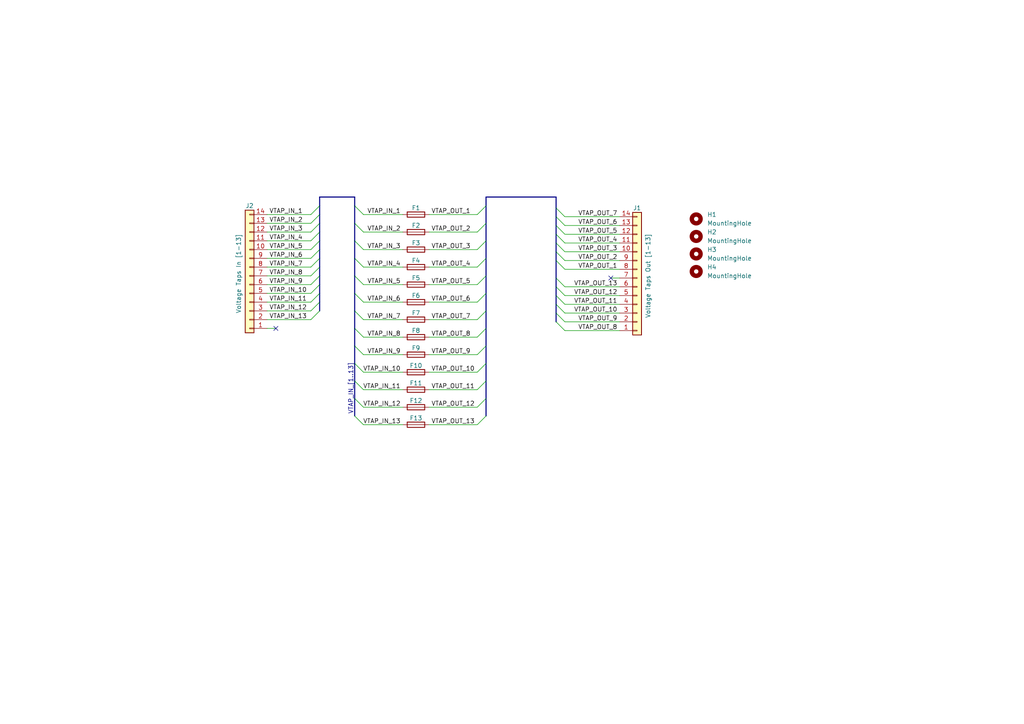
<source format=kicad_sch>
(kicad_sch (version 20230121) (generator eeschema)
  (paper "A4")
  (title_block (title "Segment PCB (HV)") (date "2023-04-05") (rev "2.0.0") (company "SUFST - Southampton University Formula Student Team") (comment 1 "STAG 9") (comment 2 "Tim Brewis"))
  (lib_symbols
    (symbol "Connector_Generic:Conn_01x14" (pin_names (offset 1.016) hide)
      (property "Reference" "J" (at 0 17.78 0))
      (property "Value" "Conn_01x14" (at 0 -20.32 0))
      (symbol "Conn_01x14_1_1"
        (rectangle (start -1.27 -17.653) (end 0 -17.907) (stroke (width 0.1524)))
        (rectangle (start -1.27 -15.113) (end 0 -15.367) (stroke (width 0.1524)))
        (rectangle (start -1.27 -12.573) (end 0 -12.827) (stroke (width 0.1524)))
        (rectangle (start -1.27 -10.033) (end 0 -10.287) (stroke (width 0.1524)))
        (rectangle (start -1.27 -7.493) (end 0 -7.747) (stroke (width 0.1524)))
        (rectangle (start -1.27 -4.953) (end 0 -5.207) (stroke (width 0.1524)))
        (rectangle (start -1.27 -2.413) (end 0 -2.667) (stroke (width 0.1524)))
        (rectangle (start -1.27 0.127) (end 0 -0.127) (stroke (width 0.1524)))
        (rectangle (start -1.27 2.667) (end 0 2.413) (stroke (width 0.1524)))
        (rectangle (start -1.27 5.207) (end 0 4.953) (stroke (width 0.1524)))
        (rectangle (start -1.27 7.747) (end 0 7.493) (stroke (width 0.1524)))
        (rectangle (start -1.27 10.287) (end 0 10.033) (stroke (width 0.1524)))
        (rectangle (start -1.27 12.827) (end 0 12.573) (stroke (width 0.1524)))
        (rectangle (start -1.27 15.367) (end 0 15.113) (stroke (width 0.1524)))
        (rectangle (start -1.27 16.51) (end 1.27 -19.05) (stroke (width 0.254)) (fill (type background)))
        (pin passive line (at -5.08 15.24 0) (length 3.81) (name "Pin_1") (number "1"))
        (pin passive line (at -5.08 -7.62 0) (length 3.81) (name "Pin_10") (number "10"))
        (pin passive line (at -5.08 -10.16 0) (length 3.81) (name "Pin_11") (number "11"))
        (pin passive line (at -5.08 -12.7 0) (length 3.81) (name "Pin_12") (number "12"))
        (pin passive line (at -5.08 -15.24 0) (length 3.81) (name "Pin_13") (number "13"))
        (pin passive line (at -5.08 -17.78 0) (length 3.81) (name "Pin_14") (number "14"))
        (pin passive line (at -5.08 12.7 0) (length 3.81) (name "Pin_2") (number "2"))
        (pin passive line (at -5.08 10.16 0) (length 3.81) (name "Pin_3") (number "3"))
        (pin passive line (at -5.08 7.62 0) (length 3.81) (name "Pin_4") (number "4"))
        (pin passive line (at -5.08 5.08 0) (length 3.81) (name "Pin_5") (number "5"))
        (pin passive line (at -5.08 2.54 0) (length 3.81) (name "Pin_6") (number "6"))
        (pin passive line (at -5.08 0 0) (length 3.81) (name "Pin_7") (number "7"))
        (pin passive line (at -5.08 -2.54 0) (length 3.81) (name "Pin_8") (number "8"))
        (pin passive line (at -5.08 -5.08 0) (length 3.81) (name "Pin_9") (number "9"))
      )
    )
    (symbol "Device:Fuse" (pin_numbers hide) (pin_names (offset 0))
      (property "Reference" "F" (at 2.032 0 90))
      (property "Value" "Fuse" (at -1.905 0 90))
      (symbol "Fuse_0_1"
        (rectangle (start -0.762 -2.54) (end 0.762 2.54) (stroke (width 0.254)))
        (polyline (pts (xy 0 2.54) (xy 0 -2.54)))
      )
      (symbol "Fuse_1_1"
        (pin passive line (at 0 3.81 270) (length 1.27) (name "~") (number "1"))
        (pin passive line (at 0 -3.81 90) (length 1.27) (name "~") (number "2"))
      )
    )
    (symbol "Mechanical:MountingHole" (pin_names (offset 1.016))
      (property "Reference" "H" (at 0 5.08 0))
      (property "Value" "MountingHole" (at 0 3.175 0))
      (symbol "MountingHole_0_1"
        (circle (center 0 0) (radius 1.27) (stroke (width 1.27)))
      )
    )
  )
  (no_connect (at 80.01 95.25))
  (no_connect (at 177.165 80.645))
  (bus_entry (at 138.43 113.03) (size 2.54 -2.54))
  (bus_entry (at 90.17 92.71) (size 2.54 -2.54))
  (bus_entry (at 161.29 93.345) (size 2.54 2.54))
  (bus_entry (at 105.41 97.79) (size -2.54 -2.54))
  (bus_entry (at 90.17 72.39) (size 2.54 -2.54))
  (bus_entry (at 138.43 118.11) (size 2.54 -2.54))
  (bus_entry (at 90.17 87.63) (size 2.54 -2.54))
  (bus_entry (at 105.41 102.87) (size -2.54 -2.54))
  (bus_entry (at 90.17 74.93) (size 2.54 -2.54))
  (bus_entry (at 138.43 102.87) (size 2.54 -2.54))
  (bus_entry (at 105.41 82.55) (size -2.54 -2.54))
  (bus_entry (at 90.17 77.47) (size 2.54 -2.54))
  (bus_entry (at 138.43 87.63) (size 2.54 -2.54))
  (bus_entry (at 161.29 90.805) (size 2.54 2.54))
  (bus_entry (at 138.43 123.19) (size 2.54 -2.54))
  (bus_entry (at 161.29 60.325) (size 2.54 2.54))
  (bus_entry (at 105.41 123.19) (size -2.54 -2.54))
  (bus_entry (at 138.43 82.55) (size 2.54 -2.54))
  (bus_entry (at 161.29 65.405) (size 2.54 2.54))
  (bus_entry (at 105.41 72.39) (size -2.54 -2.54))
  (bus_entry (at 90.17 90.17) (size 2.54 -2.54))
  (bus_entry (at 161.29 75.565) (size 2.54 2.54))
  (bus_entry (at 105.41 113.03) (size -2.54 -2.54))
  (bus_entry (at 161.29 67.945) (size 2.54 2.54))
  (bus_entry (at 90.17 85.09) (size 2.54 -2.54))
  (bus_entry (at 138.43 62.23) (size 2.54 -2.54))
  (bus_entry (at 138.43 107.95) (size 2.54 -2.54))
  (bus_entry (at 90.17 82.55) (size 2.54 -2.54))
  (bus_entry (at 161.29 88.265) (size 2.54 2.54))
  (bus_entry (at 105.41 87.63) (size -2.54 -2.54))
  (bus_entry (at 138.43 77.47) (size 2.54 -2.54))
  (bus_entry (at 161.29 80.645) (size 2.54 2.54))
  (bus_entry (at 105.41 118.11) (size -2.54 -2.54))
  (bus_entry (at 102.87 59.69) (size 2.54 2.54))
  (bus_entry (at 161.29 73.025) (size 2.54 2.54))
  (bus_entry (at 90.17 64.77) (size 2.54 -2.54))
  (bus_entry (at 90.17 67.31) (size 2.54 -2.54))
  (bus_entry (at 90.17 62.23) (size 2.54 -2.54))
  (bus_entry (at 105.41 67.31) (size -2.54 -2.54))
  (bus_entry (at 161.29 70.485) (size 2.54 2.54))
  (bus_entry (at 105.41 77.47) (size -2.54 -2.54))
  (bus_entry (at 161.29 62.865) (size 2.54 2.54))
  (bus_entry (at 90.17 80.01) (size 2.54 -2.54))
  (bus_entry (at 105.41 107.95) (size -2.54 -2.54))
  (bus_entry (at 105.41 92.71) (size -2.54 -2.54))
  (bus_entry (at 90.17 69.85) (size 2.54 -2.54))
  (bus_entry (at 138.43 92.71) (size 2.54 -2.54))
  (bus_entry (at 138.43 97.79) (size 2.54 -2.54))
  (bus_entry (at 161.29 83.185) (size 2.54 2.54))
  (bus_entry (at 138.43 72.39) (size 2.54 -2.54))
  (bus_entry (at 138.43 67.31) (size 2.54 -2.54))
  (bus_entry (at 161.29 85.725) (size 2.54 2.54))
  (bus (pts (xy 140.97 74.93) (xy 140.97 80.01)))
  (bus (pts (xy 161.29 75.565) (xy 161.29 80.645)))
  (bus (pts (xy 161.29 80.645) (xy 161.29 83.185)))
  (wire (pts (xy 77.47 82.55) (xy 90.17 82.55)))
  (bus (pts (xy 140.97 85.09) (xy 140.97 90.17)))
  (wire (pts (xy 105.41 123.19) (xy 116.84 123.19)))
  (bus (pts (xy 92.71 77.47) (xy 92.71 74.93)))
  (wire (pts (xy 77.47 92.71) (xy 90.17 92.71)))
  (wire (pts (xy 163.83 90.805) (xy 179.705 90.805)))
  (bus (pts (xy 92.71 90.17) (xy 92.71 87.63)))
  (bus (pts (xy 140.97 57.15) (xy 161.29 57.15)))
  (bus (pts (xy 161.29 88.265) (xy 161.29 90.805)))
  (bus (pts (xy 102.87 110.49) (xy 102.87 115.57)))
  (bus (pts (xy 102.87 115.57) (xy 102.87 120.65)))
  (wire (pts (xy 163.83 88.265) (xy 179.705 88.265)))
  (wire (pts (xy 163.83 67.945) (xy 179.705 67.945)))
  (bus (pts (xy 140.97 110.49) (xy 140.97 115.57)))
  (wire (pts (xy 105.41 72.39) (xy 116.84 72.39)))
  (bus (pts (xy 102.87 59.69) (xy 102.87 64.77)))
  (wire (pts (xy 124.46 62.23) (xy 138.43 62.23)))
  (wire (pts (xy 124.46 87.63) (xy 138.43 87.63)))
  (bus (pts (xy 92.71 57.15) (xy 102.87 57.15)))
  (bus (pts (xy 102.87 105.41) (xy 102.87 110.49)))
  (wire (pts (xy 77.47 72.39) (xy 90.17 72.39)))
  (wire (pts (xy 124.46 123.19) (xy 138.43 123.19)))
  (wire (pts (xy 77.47 67.31) (xy 90.17 67.31)))
  (bus (pts (xy 140.97 80.01) (xy 140.97 85.09)))
  (bus (pts (xy 92.71 72.39) (xy 92.71 69.85)))
  (wire (pts (xy 163.83 62.865) (xy 179.705 62.865)))
  (wire (pts (xy 124.46 107.95) (xy 138.43 107.95)))
  (bus (pts (xy 140.97 105.41) (xy 140.97 110.49)))
  (wire (pts (xy 163.83 93.345) (xy 179.705 93.345)))
  (wire (pts (xy 77.47 87.63) (xy 90.17 87.63)))
  (wire (pts (xy 124.46 82.55) (xy 138.43 82.55)))
  (bus (pts (xy 140.97 59.69) (xy 140.97 64.77)))
  (wire (pts (xy 163.83 78.105) (xy 179.705 78.105)))
  (bus (pts (xy 140.97 115.57) (xy 140.97 120.65)))
  (wire (pts (xy 163.83 85.725) (xy 179.705 85.725)))
  (bus (pts (xy 92.71 67.31) (xy 92.71 64.77)))
  (bus (pts (xy 102.87 57.15) (xy 102.87 59.69)))
  (bus (pts (xy 140.97 64.77) (xy 140.97 69.85)))
  (wire (pts (xy 105.41 97.79) (xy 116.84 97.79)))
  (bus (pts (xy 161.29 60.325) (xy 161.29 62.865)))
  (bus (pts (xy 92.71 59.69) (xy 92.71 57.15)))
  (bus (pts (xy 161.29 90.805) (xy 161.29 93.345)))
  (bus (pts (xy 92.71 62.23) (xy 92.71 59.69)))
  (wire (pts (xy 105.41 77.47) (xy 116.84 77.47)))
  (bus (pts (xy 102.87 74.93) (xy 102.87 80.01)))
  (wire (pts (xy 163.83 95.885) (xy 179.705 95.885)))
  (wire (pts (xy 105.41 87.63) (xy 116.84 87.63)))
  (wire (pts (xy 77.47 95.25) (xy 80.01 95.25)))
  (wire (pts (xy 77.47 64.77) (xy 90.17 64.77)))
  (bus (pts (xy 161.29 70.485) (xy 161.29 73.025)))
  (bus (pts (xy 92.71 80.01) (xy 92.71 77.47)))
  (bus (pts (xy 161.29 62.865) (xy 161.29 65.405)))
  (bus (pts (xy 92.71 85.09) (xy 92.71 82.55)))
  (bus (pts (xy 102.87 85.09) (xy 102.87 90.17)))
  (bus (pts (xy 161.29 57.15) (xy 161.29 60.325)))
  (wire (pts (xy 77.47 85.09) (xy 90.17 85.09)))
  (bus (pts (xy 92.71 64.77) (xy 92.71 62.23)))
  (wire (pts (xy 105.41 118.11) (xy 116.84 118.11)))
  (wire (pts (xy 105.41 67.31) (xy 116.84 67.31)))
  (bus (pts (xy 161.29 73.025) (xy 161.29 75.565)))
  (wire (pts (xy 163.83 65.405) (xy 179.705 65.405)))
  (wire (pts (xy 77.47 74.93) (xy 90.17 74.93)))
  (wire (pts (xy 124.46 72.39) (xy 138.43 72.39)))
  (wire (pts (xy 105.41 102.87) (xy 116.84 102.87)))
  (wire (pts (xy 163.83 70.485) (xy 179.705 70.485)))
  (wire (pts (xy 179.705 80.645) (xy 177.165 80.645)))
  (wire (pts (xy 105.41 107.95) (xy 116.84 107.95)))
  (wire (pts (xy 124.46 67.31) (xy 138.43 67.31)))
  (bus (pts (xy 92.71 74.93) (xy 92.71 72.39)))
  (bus (pts (xy 140.97 100.33) (xy 140.97 105.41)))
  (bus (pts (xy 92.71 69.85) (xy 92.71 67.31)))
  (bus (pts (xy 140.97 90.17) (xy 140.97 95.25)))
  (wire (pts (xy 124.46 102.87) (xy 138.43 102.87)))
  (bus (pts (xy 161.29 83.185) (xy 161.29 85.725)))
  (bus (pts (xy 140.97 69.85) (xy 140.97 74.93)))
  (bus (pts (xy 161.29 85.725) (xy 161.29 88.265)))
  (bus (pts (xy 102.87 64.77) (xy 102.87 69.85)))
  (bus (pts (xy 92.71 82.55) (xy 92.71 80.01)))
  (wire (pts (xy 124.46 118.11) (xy 138.43 118.11)))
  (wire (pts (xy 105.41 62.23) (xy 116.84 62.23)))
  (bus (pts (xy 140.97 57.15) (xy 140.97 59.69)))
  (bus (pts (xy 92.71 87.63) (xy 92.71 85.09)))
  (wire (pts (xy 124.46 97.79) (xy 138.43 97.79)))
  (bus (pts (xy 102.87 80.01) (xy 102.87 85.09)))
  (bus (pts (xy 161.29 67.945) (xy 161.29 70.485)))
  (wire (pts (xy 105.41 113.03) (xy 116.84 113.03)))
  (wire (pts (xy 77.47 62.23) (xy 90.17 62.23)))
  (wire (pts (xy 77.47 77.47) (xy 90.17 77.47)))
  (wire (pts (xy 77.47 80.01) (xy 90.17 80.01)))
  (bus (pts (xy 102.87 69.85) (xy 102.87 74.93)))
  (bus (pts (xy 140.97 95.25) (xy 140.97 100.33)))
  (wire (pts (xy 124.46 92.71) (xy 138.43 92.71)))
  (bus (pts (xy 102.87 100.33) (xy 102.87 105.41)))
  (wire (pts (xy 124.46 113.03) (xy 138.43 113.03)))
  (wire (pts (xy 163.83 73.025) (xy 179.705 73.025)))
  (bus (pts (xy 102.87 90.17) (xy 102.87 95.25)))
  (wire (pts (xy 163.83 75.565) (xy 179.705 75.565)))
  (bus (pts (xy 102.87 95.25) (xy 102.87 100.33)))
  (wire (pts (xy 105.41 82.55) (xy 116.84 82.55)))
  (wire (pts (xy 77.47 90.17) (xy 90.17 90.17)))
  (wire (pts (xy 124.46 77.47) (xy 138.43 77.47)))
  (wire (pts (xy 163.83 83.185) (xy 179.705 83.185)))
  (wire (pts (xy 77.47 69.85) (xy 90.17 69.85)))
  (bus (pts (xy 161.29 65.405) (xy 161.29 67.945)))
  (wire (pts (xy 105.41 92.71) (xy 116.84 92.71)))
  (label "VTAP_IN_2" (at 78.105 64.77 0))
  (label "VTAP_OUT_3" (at 125.095 72.39 0))
  (label "VTAP_IN_9" (at 78.105 82.55 0))
  (label "VTAP_IN_11" (at 116.205 113.03 180))
  (label "VTAP_IN_12" (at 78.105 90.17 0))
  (label "VTAP_OUT_11" (at 179.07 88.265 180))
  (label "VTAP_OUT_5" (at 125.095 82.55 0))
  (label "VTAP_OUT_9" (at 125.095 102.87 0))
  (label "VTAP_IN_10" (at 116.205 107.95 180))
  (label "VTAP_OUT_10" (at 179.07 90.805 180))
  (label "VTAP_OUT_6" (at 125.095 87.63 0))
  (label "VTAP_OUT_13" (at 179.07 83.185 180))
  (label "VTAP_IN_8" (at 78.105 80.01 0))
  (label "VTAP_OUT_4" (at 179.07 70.485 180))
  (label "VTAP_IN_2" (at 116.205 67.31 180))
  (label "VTAP_OUT_12" (at 125.095 118.11 0))
  (label "VTAP_OUT_1" (at 179.07 78.105 180))
  (label "VTAP_OUT_5" (at 179.07 67.945 180))
  (label "VTAP_IN_1" (at 78.105 62.23 0))
  (label "VTAP_OUT_6" (at 179.07 65.405 180))
  (label "VTAP_IN_5" (at 116.205 82.55 180))
  (label "VTAP_OUT_2" (at 179.07 75.565 180))
  (label "VTAP_OUT_12" (at 179.07 85.725 180))
  (label "VTAP_OUT_8" (at 179.07 95.885 180))
  (label "VTAP_IN_10" (at 78.105 85.09 0))
  (label "VTAP_IN_[1..13]" (at 102.87 120.015 90))
  (label "VTAP_OUT_3" (at 179.07 73.025 180))
  (label "VTAP_IN_7" (at 116.205 92.71 180))
  (label "VTAP_IN_6" (at 116.205 87.63 180))
  (label "VTAP_IN_4" (at 78.105 69.85 0))
  (label "VTAP_IN_5" (at 78.105 72.39 0))
  (label "VTAP_IN_3" (at 78.105 67.31 0))
  (label "VTAP_OUT_13" (at 125.095 123.19 0))
  (label "VTAP_IN_1" (at 116.205 62.23 180))
  (label "VTAP_OUT_7" (at 179.07 62.865 180))
  (label "VTAP_IN_12" (at 116.205 118.11 180))
  (label "VTAP_IN_13" (at 78.105 92.71 0))
  (label "VTAP_OUT_11" (at 125.095 113.03 0))
  (label "VTAP_IN_13" (at 116.205 123.19 180))
  (label "VTAP_IN_6" (at 78.105 74.93 0))
  (label "VTAP_OUT_4" (at 125.095 77.47 0))
  (label "VTAP_IN_3" (at 116.205 72.39 180))
  (label "VTAP_OUT_2" (at 125.095 67.31 0))
  (label "VTAP_IN_7" (at 78.105 77.47 0))
  (label "VTAP_OUT_10" (at 125.095 107.95 0))
  (label "VTAP_IN_9" (at 116.205 102.87 180))
  (label "VTAP_OUT_9" (at 179.07 93.345 180))
  (label "VTAP_IN_11" (at 78.105 87.63 0))
  (label "VTAP_IN_8" (at 116.205 97.79 180))
  (label "VTAP_OUT_1" (at 125.095 62.23 0))
  (label "VTAP_OUT_7" (at 125.095 92.71 0))
  (label "VTAP_OUT_8" (at 125.095 97.79 0))
  (label "VTAP_IN_4" (at 116.205 77.47 180))
  (symbol (lib_id "Device:Fuse") (at 120.65 118.11 270) (unit 1)
    (property "Reference" "F12" (at 120.65 116.205 90))
    (property "Value" "Fuse" (effects hide))
    (property "Footprint" "SUFST:Littelfuse-04611-25ER" (effects hide))
    (property "Datasheet" "https://www.mouser.co.uk/datasheet/2/240/Littelfuse_Fuse_461_Datasheet_pdf-968630.pdf" (effects hide))
    (property "Order Code" "576-04611.25ER" (effects hide))
    (property "Supplier" "Mouser" (effects hide))
  )
  (symbol (lib_id "Mechanical:MountingHole") (at 201.93 63.5 0) (unit 1)
    (property "Reference" "H1" (at 205.105 62.2299 0) (effects (justify left)))
    (property "Value" "MountingHole" (at 205.105 64.7699 0) (effects (justify left)))
    (property "Footprint" "MountingHole:MountingHole_4.3mm_M4" (effects hide))
  )
  (symbol (lib_id "Device:Fuse") (at 120.65 82.55 270) (unit 1)
    (property "Reference" "F5" (at 120.65 80.645 90))
    (property "Value" "Fuse" (effects hide))
    (property "Footprint" "SUFST:Littelfuse-04611-25ER" (effects hide))
    (property "Datasheet" "https://www.mouser.co.uk/datasheet/2/240/Littelfuse_Fuse_461_Datasheet_pdf-968630.pdf" (effects hide))
    (property "Order Code" "576-04611.25ER" (effects hide))
    (property "Supplier" "Mouser" (effects hide))
  )
  (symbol (lib_id "Device:Fuse") (at 120.65 123.19 270) (unit 1)
    (property "Reference" "F13" (at 120.65 121.285 90))
    (property "Value" "Fuse" (effects hide))
    (property "Footprint" "SUFST:Littelfuse-04611-25ER" (effects hide))
    (property "Datasheet" "https://www.mouser.co.uk/datasheet/2/240/Littelfuse_Fuse_461_Datasheet_pdf-968630.pdf" (effects hide))
    (property "Order Code" "576-04611.25ER" (effects hide))
    (property "Supplier" "Mouser" (effects hide))
  )
  (symbol (lib_id "Device:Fuse") (at 120.65 113.03 270) (unit 1)
    (property "Reference" "F11" (at 120.65 111.125 90))
    (property "Value" "Fuse" (effects hide))
    (property "Footprint" "SUFST:Littelfuse-04611-25ER" (effects hide))
    (property "Datasheet" "https://www.mouser.co.uk/datasheet/2/240/Littelfuse_Fuse_461_Datasheet_pdf-968630.pdf" (effects hide))
    (property "Order Code" "576-04611.25ER" (effects hide))
    (property "Supplier" "Mouser" (effects hide))
  )
  (symbol (lib_id "Device:Fuse") (at 120.65 72.39 270) (unit 1)
    (property "Reference" "F3" (at 120.65 70.485 90))
    (property "Value" "Fuse" (effects hide))
    (property "Footprint" "SUFST:Littelfuse-04611-25ER" (effects hide))
    (property "Datasheet" "https://www.mouser.co.uk/datasheet/2/240/Littelfuse_Fuse_461_Datasheet_pdf-968630.pdf" (effects hide))
    (property "Order Code" "576-04611.25ER" (effects hide))
    (property "Supplier" "Mouser" (effects hide))
  )
  (symbol (lib_id "Device:Fuse") (at 120.65 87.63 270) (unit 1)
    (property "Reference" "F6" (at 120.65 85.725 90))
    (property "Value" "Fuse" (effects hide))
    (property "Footprint" "SUFST:Littelfuse-04611-25ER" (effects hide))
    (property "Datasheet" "https://www.mouser.co.uk/datasheet/2/240/Littelfuse_Fuse_461_Datasheet_pdf-968630.pdf" (effects hide))
    (property "Order Code" "576-04611.25ER" (effects hide))
    (property "Supplier" "Mouser" (effects hide))
  )
  (symbol (lib_id "Mechanical:MountingHole") (at 201.93 78.74 0) (unit 1)
    (property "Reference" "H4" (at 205.105 77.4699 0) (effects (justify left)))
    (property "Value" "MountingHole" (at 205.105 80.0099 0) (effects (justify left)))
    (property "Footprint" "MountingHole:MountingHole_4.3mm_M4" (effects hide))
  )
  (symbol (lib_id "Connector_Generic:Conn_01x14") (at 72.39 80.01 180) (unit 1)
    (property "Reference" "J2" (at 72.39 59.69 0))
    (property "Value" "Voltage Taps In [1-13]" (at 69.215 79.375 90))
    (property "Footprint" "Connector_Molex:Molex_Micro-Fit_3.0_43045-1412_2x07_P3.00mm_Vertical" (effects hide))
    (property "Datasheet" "https://www.molex.com/molex/products/part-detail/pcb_headers/0430451412" (effects hide))
  )
  (symbol (lib_id "Mechanical:MountingHole") (at 201.93 73.66 0) (unit 1)
    (property "Reference" "H3" (at 205.105 72.3899 0) (effects (justify left)))
    (property "Value" "MountingHole" (at 205.105 74.9299 0) (effects (justify left)))
    (property "Footprint" "MountingHole:MountingHole_4.3mm_M4" (effects hide))
  )
  (symbol (lib_id "Device:Fuse") (at 120.65 62.23 270) (unit 1)
    (property "Reference" "F1" (at 120.65 60.325 90))
    (property "Value" "Fuse" (effects hide))
    (property "Footprint" "SUFST:Littelfuse-04611-25ER" (effects hide))
    (property "Datasheet" "https://www.mouser.co.uk/datasheet/2/240/Littelfuse_Fuse_461_Datasheet_pdf-968630.pdf" (effects hide))
    (property "Supplier" "Mouser" (effects hide))
    (property "Order Code" "576-04611.25ER" (effects hide))
  )
  (symbol (lib_id "Device:Fuse") (at 120.65 107.95 270) (unit 1)
    (property "Reference" "F10" (at 120.65 106.045 90))
    (property "Value" "Fuse" (effects hide))
    (property "Footprint" "SUFST:Littelfuse-04611-25ER" (effects hide))
    (property "Datasheet" "https://www.mouser.co.uk/datasheet/2/240/Littelfuse_Fuse_461_Datasheet_pdf-968630.pdf" (effects hide))
    (property "Order Code" "576-04611.25ER" (effects hide))
    (property "Supplier" "Mouser" (effects hide))
  )
  (symbol (lib_id "Mechanical:MountingHole") (at 201.93 68.58 0) (unit 1)
    (property "Reference" "H2" (at 205.105 67.3099 0) (effects (justify left)))
    (property "Value" "MountingHole" (at 205.105 69.8499 0) (effects (justify left)))
    (property "Footprint" "MountingHole:MountingHole_4.3mm_M4" (effects hide))
  )
  (symbol (lib_id "Device:Fuse") (at 120.65 97.79 270) (unit 1)
    (property "Reference" "F8" (at 120.65 95.885 90))
    (property "Value" "Fuse" (effects hide))
    (property "Footprint" "SUFST:Littelfuse-04611-25ER" (effects hide))
    (property "Datasheet" "https://www.mouser.co.uk/datasheet/2/240/Littelfuse_Fuse_461_Datasheet_pdf-968630.pdf" (effects hide))
    (property "Order Code" "576-04611.25ER" (effects hide))
    (property "Supplier" "Mouser" (effects hide))
  )
  (symbol (lib_id "Connector_Generic:Conn_01x14") (at 184.785 80.645 0) (mirror x) (unit 1)
    (property "Reference" "J1" (at 184.785 60.325 0))
    (property "Value" "Voltage Taps Out [1-13]" (at 187.96 80.01 90))
    (property "Footprint" "Connector_Molex:Molex_Micro-Fit_3.0_43045-1400_2x07_P3.00mm_Horizontal" (effects hide))
    (property "Datasheet" "https://www.molex.com/molex/products/part-detail/pcb_headers/0430451400" (effects hide))
  )
  (symbol (lib_id "Device:Fuse") (at 120.65 92.71 270) (unit 1)
    (property "Reference" "F7" (at 120.65 90.805 90))
    (property "Value" "Fuse" (effects hide))
    (property "Footprint" "SUFST:Littelfuse-04611-25ER" (effects hide))
    (property "Datasheet" "https://www.mouser.co.uk/datasheet/2/240/Littelfuse_Fuse_461_Datasheet_pdf-968630.pdf" (effects hide))
    (property "Order Code" "576-04611.25ER" (effects hide))
    (property "Supplier" "Mouser" (effects hide))
  )
  (symbol (lib_id "Device:Fuse") (at 120.65 102.87 270) (unit 1)
    (property "Reference" "F9" (at 120.65 100.965 90))
    (property "Value" "Fuse" (effects hide))
    (property "Footprint" "SUFST:Littelfuse-04611-25ER" (effects hide))
    (property "Datasheet" "https://www.mouser.co.uk/datasheet/2/240/Littelfuse_Fuse_461_Datasheet_pdf-968630.pdf" (effects hide))
    (property "Order Code" "576-04611.25ER" (effects hide))
    (property "Supplier" "Mouser" (effects hide))
  )
  (symbol (lib_id "Device:Fuse") (at 120.65 77.47 270) (unit 1)
    (property "Reference" "F4" (at 120.65 75.565 90))
    (property "Value" "Fuse" (effects hide))
    (property "Footprint" "SUFST:Littelfuse-04611-25ER" (effects hide))
    (property "Datasheet" "https://www.mouser.co.uk/datasheet/2/240/Littelfuse_Fuse_461_Datasheet_pdf-968630.pdf" (effects hide))
    (property "Order Code" "576-04611.25ER" (effects hide))
    (property "Supplier" "Mouser" (effects hide))
  )
  (symbol (lib_id "Device:Fuse") (at 120.65 67.31 270) (unit 1)
    (property "Reference" "F2" (at 120.65 65.405 90))
    (property "Value" "Fuse" (effects hide))
    (property "Footprint" "SUFST:Littelfuse-04611-25ER" (effects hide))
    (property "Datasheet" "https://www.mouser.co.uk/datasheet/2/240/Littelfuse_Fuse_461_Datasheet_pdf-968630.pdf" (effects hide))
    (property "Order Code" "576-04611.25ER" (effects hide))
    (property "Supplier" "Mouser" (effects hide))
  )
)
</source>
